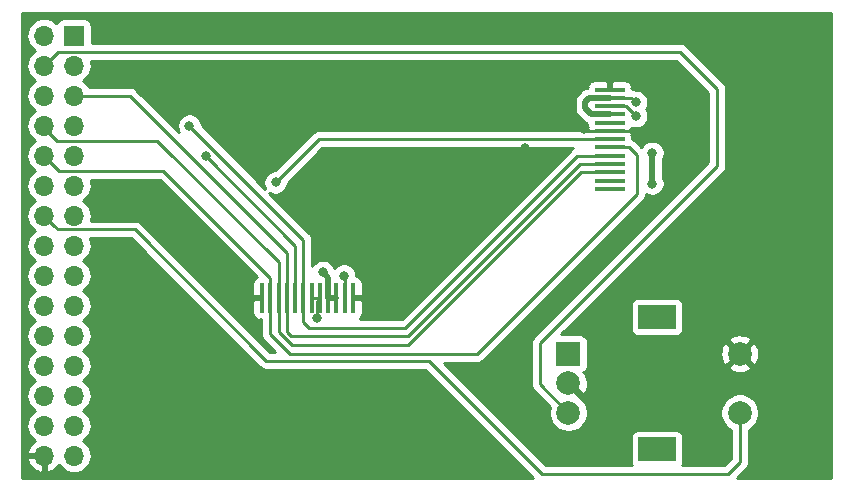
<source format=gbr>
G04 #@! TF.GenerationSoftware,KiCad,Pcbnew,5.1.2+dfsg1-1*
G04 #@! TF.CreationDate,2019-08-07T20:01:01+08:00*
G04 #@! TF.ProjectId,LCD_MINI,4c43445f-4d49-44e4-992e-6b696361645f,rev?*
G04 #@! TF.SameCoordinates,Original*
G04 #@! TF.FileFunction,Copper,L1,Top*
G04 #@! TF.FilePolarity,Positive*
%FSLAX46Y46*%
G04 Gerber Fmt 4.6, Leading zero omitted, Abs format (unit mm)*
G04 Created by KiCad (PCBNEW 5.1.2+dfsg1-1) date 2019-08-07 20:01:01*
%MOMM*%
%LPD*%
G04 APERTURE LIST*
%ADD10O,1.700000X1.700000*%
%ADD11R,1.700000X1.700000*%
%ADD12R,2.000000X2.000000*%
%ADD13C,2.000000*%
%ADD14R,3.200000X2.000000*%
%ADD15R,2.500000X0.350000*%
%ADD16R,0.350000X2.500000*%
%ADD17C,0.800000*%
%ADD18C,0.250000*%
%ADD19C,0.500000*%
%ADD20C,0.254000*%
G04 APERTURE END LIST*
D10*
X114300000Y-113030000D03*
X116840000Y-113030000D03*
X114300000Y-110490000D03*
X116840000Y-110490000D03*
X114300000Y-107950000D03*
X116840000Y-107950000D03*
X114300000Y-105410000D03*
X116840000Y-105410000D03*
X114300000Y-102870000D03*
X116840000Y-102870000D03*
X114300000Y-100330000D03*
X116840000Y-100330000D03*
X114300000Y-97790000D03*
X116840000Y-97790000D03*
X114300000Y-95250000D03*
X116840000Y-95250000D03*
X114300000Y-92710000D03*
X116840000Y-92710000D03*
X114300000Y-90170000D03*
X116840000Y-90170000D03*
X114300000Y-87630000D03*
X116840000Y-87630000D03*
X114300000Y-85090000D03*
X116840000Y-85090000D03*
X114300000Y-82550000D03*
X116840000Y-82550000D03*
X114300000Y-80010000D03*
X116840000Y-80010000D03*
X114300000Y-77470000D03*
D11*
X116840000Y-77470000D03*
D12*
X158700000Y-104400000D03*
D13*
X158700000Y-106900000D03*
X158700000Y-109400000D03*
D14*
X166200000Y-101300000D03*
X166200000Y-112500000D03*
D13*
X173200000Y-104400000D03*
X173200000Y-109400000D03*
D15*
X162179000Y-82038600D03*
X162179000Y-82738600D03*
X162179000Y-83438600D03*
X162179000Y-84138600D03*
X162179000Y-84838600D03*
X162179000Y-85538600D03*
X162179000Y-86238600D03*
X162179000Y-86938600D03*
X162179000Y-87638600D03*
X162179000Y-88338600D03*
X162179000Y-89038600D03*
X162179000Y-89738600D03*
X162179000Y-90438600D03*
D16*
X132757400Y-99682600D03*
X133457400Y-99682600D03*
X134157400Y-99682600D03*
X134857400Y-99682600D03*
X135557400Y-99682600D03*
X136257400Y-99682600D03*
X136957400Y-99682600D03*
X137657400Y-99682600D03*
X138357400Y-99682600D03*
X139057400Y-99682600D03*
X139757400Y-99682600D03*
X140457400Y-99682600D03*
D17*
X137900000Y-97500000D03*
X164400000Y-83100000D03*
X165800000Y-90000000D03*
X165800000Y-87400000D03*
X121000000Y-97000000D03*
X121000000Y-100000000D03*
X128000000Y-108000000D03*
X136000000Y-108000000D03*
X142000000Y-93000000D03*
X147000000Y-93000000D03*
X138000000Y-82000000D03*
X149000000Y-82000000D03*
X177000000Y-80000000D03*
X177000000Y-94000000D03*
X155000000Y-87000000D03*
X168400000Y-83600000D03*
X167000000Y-80000000D03*
X126000000Y-93000000D03*
X128000000Y-95000000D03*
X142000000Y-99000000D03*
X142000000Y-101000000D03*
X137400000Y-101400000D03*
X160000000Y-85400000D03*
X133900000Y-89900000D03*
X128000000Y-87700000D03*
X126600000Y-85100000D03*
X139700000Y-97790000D03*
X164400000Y-84300000D03*
D18*
X162179000Y-82738600D02*
X164038600Y-82738600D01*
X164038600Y-82738600D02*
X164400000Y-83100000D01*
D19*
X160429000Y-82738600D02*
X162179000Y-82738600D01*
X160100000Y-83067600D02*
X160429000Y-82738600D01*
X160100000Y-83594602D02*
X160100000Y-83067600D01*
X160643998Y-84138600D02*
X160100000Y-83594602D01*
X162179000Y-84138600D02*
X160643998Y-84138600D01*
X139057400Y-99682600D02*
X138357400Y-99682600D01*
X138357400Y-97957400D02*
X137900000Y-97500000D01*
X138357400Y-99682600D02*
X138357400Y-97957400D01*
X165800000Y-90000000D02*
X165800000Y-87400000D01*
D18*
X137400000Y-99940000D02*
X137657400Y-99682600D01*
X137400000Y-101600000D02*
X137400000Y-99940000D01*
X136957400Y-99682600D02*
X137657400Y-99682600D01*
X160138600Y-85538600D02*
X160000000Y-85400000D01*
X162179000Y-85538600D02*
X160138600Y-85538600D01*
X162179000Y-85538600D02*
X165461400Y-85538600D01*
X173200000Y-109400000D02*
X173200000Y-113600000D01*
X173200000Y-113600000D02*
X172200000Y-114600000D01*
X172200000Y-114600000D02*
X156500000Y-114600000D01*
X156500000Y-114600000D02*
X146900000Y-105000000D01*
X146900000Y-105000000D02*
X133100000Y-105000000D01*
X115475001Y-93885001D02*
X115149999Y-93559999D01*
X121985001Y-93885001D02*
X115475001Y-93885001D01*
X115149999Y-93559999D02*
X114300000Y-92710000D01*
X133100000Y-105000000D02*
X121985001Y-93885001D01*
X162179000Y-86238600D02*
X137861400Y-86238600D01*
X137861400Y-86238600D02*
X137561400Y-86238600D01*
X137561400Y-86238600D02*
X133900000Y-89900000D01*
X135557400Y-99682600D02*
X135557400Y-95257400D01*
X135557400Y-95257400D02*
X128000000Y-87700000D01*
X124400000Y-88900000D02*
X133457400Y-97957400D01*
X115570000Y-88900000D02*
X124400000Y-88900000D01*
X133457400Y-97957400D02*
X133457400Y-99682600D01*
X114300000Y-87630000D02*
X115570000Y-88900000D01*
X162179000Y-86938600D02*
X163838600Y-86938600D01*
X163838600Y-86938600D02*
X164500000Y-87600000D01*
X164500000Y-87600000D02*
X164500000Y-90900000D01*
X164500000Y-90900000D02*
X151000000Y-104400000D01*
X151000000Y-104400000D02*
X135100000Y-104400000D01*
X133457400Y-102757400D02*
X133457400Y-99682600D01*
X135100000Y-104400000D02*
X133457400Y-102757400D01*
X136257400Y-99682600D02*
X136257400Y-94757400D01*
X136257400Y-94757400D02*
X126600000Y-85100000D01*
X162179000Y-87638600D02*
X159461400Y-87638600D01*
X159461400Y-87638600D02*
X144900000Y-102200000D01*
X144900000Y-102200000D02*
X136700000Y-102200000D01*
X136257400Y-101757400D02*
X136257400Y-99682600D01*
X136700000Y-102200000D02*
X136257400Y-101757400D01*
X134157400Y-99682600D02*
X134157400Y-96657400D01*
X134157400Y-96657400D02*
X123900000Y-86400000D01*
X114300000Y-85300000D02*
X115400000Y-86400000D01*
X114300000Y-85090000D02*
X114300000Y-85300000D01*
X123900000Y-86400000D02*
X115400000Y-86400000D01*
X162179000Y-89038600D02*
X159761400Y-89038600D01*
X159761400Y-89038600D02*
X145100000Y-103700000D01*
X145100000Y-103700000D02*
X135300000Y-103700000D01*
X134157400Y-102557400D02*
X134157400Y-99682600D01*
X135300000Y-103700000D02*
X134157400Y-102557400D01*
X134857400Y-99682600D02*
X134857400Y-95857400D01*
X121550000Y-82550000D02*
X116840000Y-82550000D01*
X134857400Y-95857400D02*
X121550000Y-82550000D01*
X162179000Y-88338600D02*
X159661400Y-88338600D01*
X159661400Y-88338600D02*
X145100000Y-102900000D01*
X145100000Y-102900000D02*
X135200000Y-102900000D01*
X134857400Y-102557400D02*
X134857400Y-99682600D01*
X135200000Y-102900000D02*
X134857400Y-102557400D01*
X115475001Y-78834999D02*
X114300000Y-80010000D01*
X156300000Y-107000000D02*
X156300000Y-103500000D01*
X158700000Y-109400000D02*
X156300000Y-107000000D01*
X171300000Y-88500000D02*
X171300000Y-82000000D01*
X168134999Y-78834999D02*
X115475001Y-78834999D01*
X156300000Y-103500000D02*
X171300000Y-88500000D01*
X171300000Y-82000000D02*
X168134999Y-78834999D01*
X139757400Y-99682600D02*
X139757400Y-97847400D01*
X139757400Y-97847400D02*
X139700000Y-97790000D01*
X162179000Y-83438600D02*
X163538600Y-83438600D01*
X163538600Y-83438600D02*
X164400000Y-84300000D01*
D20*
G36*
X180950001Y-114910000D02*
G01*
X172964801Y-114910000D01*
X173711003Y-114163799D01*
X173740001Y-114140001D01*
X173834974Y-114024276D01*
X173905546Y-113892247D01*
X173949003Y-113748986D01*
X173960000Y-113637333D01*
X173963677Y-113600000D01*
X173960000Y-113562667D01*
X173960000Y-110854909D01*
X173974463Y-110848918D01*
X174242252Y-110669987D01*
X174469987Y-110442252D01*
X174648918Y-110174463D01*
X174772168Y-109876912D01*
X174835000Y-109561033D01*
X174835000Y-109238967D01*
X174772168Y-108923088D01*
X174648918Y-108625537D01*
X174469987Y-108357748D01*
X174242252Y-108130013D01*
X173974463Y-107951082D01*
X173676912Y-107827832D01*
X173361033Y-107765000D01*
X173038967Y-107765000D01*
X172723088Y-107827832D01*
X172425537Y-107951082D01*
X172157748Y-108130013D01*
X171930013Y-108357748D01*
X171751082Y-108625537D01*
X171627832Y-108923088D01*
X171565000Y-109238967D01*
X171565000Y-109561033D01*
X171627832Y-109876912D01*
X171751082Y-110174463D01*
X171930013Y-110442252D01*
X172157748Y-110669987D01*
X172425537Y-110848918D01*
X172440000Y-110854909D01*
X172440001Y-113285197D01*
X171885199Y-113840000D01*
X168338284Y-113840000D01*
X168389502Y-113744180D01*
X168425812Y-113624482D01*
X168438072Y-113500000D01*
X168438072Y-111500000D01*
X168425812Y-111375518D01*
X168389502Y-111255820D01*
X168330537Y-111145506D01*
X168251185Y-111048815D01*
X168154494Y-110969463D01*
X168044180Y-110910498D01*
X167924482Y-110874188D01*
X167800000Y-110861928D01*
X164600000Y-110861928D01*
X164475518Y-110874188D01*
X164355820Y-110910498D01*
X164245506Y-110969463D01*
X164148815Y-111048815D01*
X164069463Y-111145506D01*
X164010498Y-111255820D01*
X163974188Y-111375518D01*
X163961928Y-111500000D01*
X163961928Y-113500000D01*
X163974188Y-113624482D01*
X164010498Y-113744180D01*
X164061716Y-113840000D01*
X156814802Y-113840000D01*
X148134801Y-105160000D01*
X150962678Y-105160000D01*
X151000000Y-105163676D01*
X151037322Y-105160000D01*
X151037333Y-105160000D01*
X151148986Y-105149003D01*
X151292247Y-105105546D01*
X151424276Y-105034974D01*
X151540001Y-104940001D01*
X151563804Y-104910997D01*
X165011003Y-91463799D01*
X165040001Y-91440001D01*
X165129127Y-91331401D01*
X165134974Y-91324277D01*
X165205546Y-91192247D01*
X165220140Y-91144137D01*
X165249003Y-91048986D01*
X165260000Y-90937333D01*
X165260000Y-90937324D01*
X165263676Y-90900001D01*
X165262245Y-90885467D01*
X165309744Y-90917205D01*
X165498102Y-90995226D01*
X165698061Y-91035000D01*
X165901939Y-91035000D01*
X166101898Y-90995226D01*
X166290256Y-90917205D01*
X166459774Y-90803937D01*
X166603937Y-90659774D01*
X166717205Y-90490256D01*
X166795226Y-90301898D01*
X166835000Y-90101939D01*
X166835000Y-89898061D01*
X166795226Y-89698102D01*
X166717205Y-89509744D01*
X166685000Y-89461546D01*
X166685000Y-87938454D01*
X166717205Y-87890256D01*
X166795226Y-87701898D01*
X166835000Y-87501939D01*
X166835000Y-87298061D01*
X166795226Y-87098102D01*
X166717205Y-86909744D01*
X166603937Y-86740226D01*
X166459774Y-86596063D01*
X166290256Y-86482795D01*
X166101898Y-86404774D01*
X165901939Y-86365000D01*
X165698061Y-86365000D01*
X165498102Y-86404774D01*
X165309744Y-86482795D01*
X165140226Y-86596063D01*
X164996063Y-86740226D01*
X164883496Y-86908695D01*
X164402403Y-86427602D01*
X164378601Y-86398599D01*
X164262876Y-86303626D01*
X164130847Y-86233054D01*
X164067072Y-86213708D01*
X164067072Y-86063600D01*
X164054812Y-85939118D01*
X164039555Y-85888822D01*
X164053519Y-85844413D01*
X164064000Y-85745350D01*
X163905250Y-85586600D01*
X163848729Y-85586600D01*
X163790241Y-85538600D01*
X163848729Y-85490600D01*
X163905250Y-85490600D01*
X164064000Y-85331850D01*
X164058385Y-85278774D01*
X164098102Y-85295226D01*
X164298061Y-85335000D01*
X164501939Y-85335000D01*
X164701898Y-85295226D01*
X164890256Y-85217205D01*
X165059774Y-85103937D01*
X165203937Y-84959774D01*
X165317205Y-84790256D01*
X165395226Y-84601898D01*
X165435000Y-84401939D01*
X165435000Y-84198061D01*
X165395226Y-83998102D01*
X165317205Y-83809744D01*
X165243877Y-83700000D01*
X165317205Y-83590256D01*
X165395226Y-83401898D01*
X165435000Y-83201939D01*
X165435000Y-82998061D01*
X165395226Y-82798102D01*
X165317205Y-82609744D01*
X165203937Y-82440226D01*
X165059774Y-82296063D01*
X164890256Y-82182795D01*
X164701898Y-82104774D01*
X164501939Y-82065000D01*
X164390613Y-82065000D01*
X164330847Y-82033054D01*
X164187586Y-81989597D01*
X164075933Y-81978600D01*
X164075922Y-81978600D01*
X164064000Y-81977426D01*
X164064000Y-81911598D01*
X163984252Y-81911598D01*
X164064000Y-81831850D01*
X164053519Y-81732787D01*
X164015999Y-81613463D01*
X163955920Y-81503752D01*
X163875593Y-81407869D01*
X163778103Y-81329500D01*
X163667197Y-81271656D01*
X163547138Y-81236560D01*
X163422538Y-81225561D01*
X162464750Y-81228600D01*
X162306000Y-81387350D01*
X162306000Y-81861826D01*
X162222477Y-81853600D01*
X162052000Y-81853600D01*
X162052000Y-81387350D01*
X161893250Y-81228600D01*
X160935462Y-81225561D01*
X160810862Y-81236560D01*
X160690803Y-81271656D01*
X160579897Y-81329500D01*
X160482407Y-81407869D01*
X160402080Y-81503752D01*
X160342001Y-81613463D01*
X160304481Y-81732787D01*
X160294000Y-81831850D01*
X160322006Y-81859856D01*
X160255510Y-81866405D01*
X160088687Y-81917011D01*
X159934941Y-81999189D01*
X159800183Y-82109783D01*
X159772466Y-82143556D01*
X159504952Y-82411070D01*
X159471184Y-82438783D01*
X159443471Y-82472551D01*
X159443468Y-82472554D01*
X159379910Y-82550000D01*
X159360590Y-82573541D01*
X159278411Y-82727287D01*
X159227805Y-82894110D01*
X159215000Y-83024123D01*
X159215000Y-83024131D01*
X159210719Y-83067600D01*
X159215000Y-83111069D01*
X159215000Y-83551133D01*
X159210719Y-83594602D01*
X159215000Y-83638071D01*
X159215000Y-83638078D01*
X159227805Y-83768091D01*
X159278411Y-83934914D01*
X159360589Y-84088660D01*
X159471183Y-84223419D01*
X159504956Y-84251136D01*
X159987464Y-84733644D01*
X160015181Y-84767417D01*
X160149939Y-84878011D01*
X160290928Y-84953370D01*
X160290928Y-85013600D01*
X160303188Y-85138082D01*
X160318445Y-85188378D01*
X160304481Y-85232787D01*
X160294000Y-85331850D01*
X160373748Y-85411598D01*
X160294000Y-85411598D01*
X160294000Y-85478600D01*
X137598733Y-85478600D01*
X137561400Y-85474923D01*
X137524067Y-85478600D01*
X137412414Y-85489597D01*
X137269153Y-85533054D01*
X137137124Y-85603626D01*
X137021399Y-85698599D01*
X136997601Y-85727597D01*
X133860199Y-88865000D01*
X133798061Y-88865000D01*
X133598102Y-88904774D01*
X133409744Y-88982795D01*
X133240226Y-89096063D01*
X133096063Y-89240226D01*
X132982795Y-89409744D01*
X132904774Y-89598102D01*
X132865000Y-89798061D01*
X132865000Y-90001939D01*
X132904774Y-90201898D01*
X132982795Y-90390256D01*
X133018512Y-90443710D01*
X127635000Y-85060199D01*
X127635000Y-84998061D01*
X127595226Y-84798102D01*
X127517205Y-84609744D01*
X127403937Y-84440226D01*
X127259774Y-84296063D01*
X127090256Y-84182795D01*
X126901898Y-84104774D01*
X126701939Y-84065000D01*
X126498061Y-84065000D01*
X126298102Y-84104774D01*
X126109744Y-84182795D01*
X125940226Y-84296063D01*
X125796063Y-84440226D01*
X125682795Y-84609744D01*
X125604774Y-84798102D01*
X125565000Y-84998061D01*
X125565000Y-85201939D01*
X125604774Y-85401898D01*
X125682795Y-85590256D01*
X125718513Y-85643711D01*
X122113804Y-82039003D01*
X122090001Y-82009999D01*
X121974276Y-81915026D01*
X121842247Y-81844454D01*
X121698986Y-81800997D01*
X121587333Y-81790000D01*
X121587322Y-81790000D01*
X121550000Y-81786324D01*
X121512678Y-81790000D01*
X118117595Y-81790000D01*
X118080706Y-81720986D01*
X117895134Y-81494866D01*
X117669014Y-81309294D01*
X117614209Y-81280000D01*
X117669014Y-81250706D01*
X117895134Y-81065134D01*
X118080706Y-80839014D01*
X118218599Y-80581034D01*
X118303513Y-80301111D01*
X118332185Y-80010000D01*
X118303513Y-79718889D01*
X118265931Y-79594999D01*
X167820198Y-79594999D01*
X170540001Y-82314803D01*
X170540000Y-88185197D01*
X155788998Y-102936201D01*
X155760000Y-102959999D01*
X155736202Y-102988997D01*
X155736201Y-102988998D01*
X155665026Y-103075724D01*
X155594454Y-103207754D01*
X155550998Y-103351015D01*
X155536324Y-103500000D01*
X155540001Y-103537332D01*
X155540000Y-106962677D01*
X155536324Y-107000000D01*
X155540000Y-107037322D01*
X155540000Y-107037332D01*
X155550997Y-107148985D01*
X155591247Y-107281675D01*
X155594454Y-107292246D01*
X155665026Y-107424276D01*
X155702903Y-107470429D01*
X155759999Y-107540001D01*
X155789003Y-107563804D01*
X157133823Y-108908625D01*
X157127832Y-108923088D01*
X157065000Y-109238967D01*
X157065000Y-109561033D01*
X157127832Y-109876912D01*
X157251082Y-110174463D01*
X157430013Y-110442252D01*
X157657748Y-110669987D01*
X157925537Y-110848918D01*
X158223088Y-110972168D01*
X158538967Y-111035000D01*
X158861033Y-111035000D01*
X159176912Y-110972168D01*
X159474463Y-110848918D01*
X159742252Y-110669987D01*
X159969987Y-110442252D01*
X160148918Y-110174463D01*
X160272168Y-109876912D01*
X160335000Y-109561033D01*
X160335000Y-109238967D01*
X160272168Y-108923088D01*
X160148918Y-108625537D01*
X159969987Y-108357748D01*
X159742252Y-108130013D01*
X159645065Y-108065075D01*
X159655808Y-108035413D01*
X158700000Y-107079605D01*
X158685858Y-107093748D01*
X158506253Y-106914143D01*
X158520395Y-106900000D01*
X158506253Y-106885858D01*
X158685858Y-106706253D01*
X158700000Y-106720395D01*
X158714143Y-106706253D01*
X158893748Y-106885858D01*
X158879605Y-106900000D01*
X159835413Y-107855808D01*
X160099814Y-107760044D01*
X160240704Y-107470429D01*
X160322384Y-107158892D01*
X160341718Y-106837405D01*
X160297961Y-106518325D01*
X160192795Y-106213912D01*
X160099814Y-106039956D01*
X159950777Y-105985976D01*
X160054494Y-105930537D01*
X160151185Y-105851185D01*
X160230537Y-105754494D01*
X160289502Y-105644180D01*
X160322496Y-105535413D01*
X172244192Y-105535413D01*
X172339956Y-105799814D01*
X172629571Y-105940704D01*
X172941108Y-106022384D01*
X173262595Y-106041718D01*
X173581675Y-105997961D01*
X173886088Y-105892795D01*
X174060044Y-105799814D01*
X174155808Y-105535413D01*
X173200000Y-104579605D01*
X172244192Y-105535413D01*
X160322496Y-105535413D01*
X160325812Y-105524482D01*
X160338072Y-105400000D01*
X160338072Y-104462595D01*
X171558282Y-104462595D01*
X171602039Y-104781675D01*
X171707205Y-105086088D01*
X171800186Y-105260044D01*
X172064587Y-105355808D01*
X173020395Y-104400000D01*
X173379605Y-104400000D01*
X174335413Y-105355808D01*
X174599814Y-105260044D01*
X174740704Y-104970429D01*
X174822384Y-104658892D01*
X174841718Y-104337405D01*
X174797961Y-104018325D01*
X174692795Y-103713912D01*
X174599814Y-103539956D01*
X174335413Y-103444192D01*
X173379605Y-104400000D01*
X173020395Y-104400000D01*
X172064587Y-103444192D01*
X171800186Y-103539956D01*
X171659296Y-103829571D01*
X171577616Y-104141108D01*
X171558282Y-104462595D01*
X160338072Y-104462595D01*
X160338072Y-103400000D01*
X160325812Y-103275518D01*
X160322497Y-103264587D01*
X172244192Y-103264587D01*
X173200000Y-104220395D01*
X174155808Y-103264587D01*
X174060044Y-103000186D01*
X173770429Y-102859296D01*
X173458892Y-102777616D01*
X173137405Y-102758282D01*
X172818325Y-102802039D01*
X172513912Y-102907205D01*
X172339956Y-103000186D01*
X172244192Y-103264587D01*
X160322497Y-103264587D01*
X160289502Y-103155820D01*
X160230537Y-103045506D01*
X160151185Y-102948815D01*
X160054494Y-102869463D01*
X159944180Y-102810498D01*
X159824482Y-102774188D01*
X159700000Y-102761928D01*
X158112873Y-102761928D01*
X160574801Y-100300000D01*
X163961928Y-100300000D01*
X163961928Y-102300000D01*
X163974188Y-102424482D01*
X164010498Y-102544180D01*
X164069463Y-102654494D01*
X164148815Y-102751185D01*
X164245506Y-102830537D01*
X164355820Y-102889502D01*
X164475518Y-102925812D01*
X164600000Y-102938072D01*
X167800000Y-102938072D01*
X167924482Y-102925812D01*
X168044180Y-102889502D01*
X168154494Y-102830537D01*
X168251185Y-102751185D01*
X168330537Y-102654494D01*
X168389502Y-102544180D01*
X168425812Y-102424482D01*
X168438072Y-102300000D01*
X168438072Y-100300000D01*
X168425812Y-100175518D01*
X168389502Y-100055820D01*
X168330537Y-99945506D01*
X168251185Y-99848815D01*
X168154494Y-99769463D01*
X168044180Y-99710498D01*
X167924482Y-99674188D01*
X167800000Y-99661928D01*
X164600000Y-99661928D01*
X164475518Y-99674188D01*
X164355820Y-99710498D01*
X164245506Y-99769463D01*
X164148815Y-99848815D01*
X164069463Y-99945506D01*
X164010498Y-100055820D01*
X163974188Y-100175518D01*
X163961928Y-100300000D01*
X160574801Y-100300000D01*
X171811010Y-89063793D01*
X171840001Y-89040001D01*
X171863795Y-89011008D01*
X171863799Y-89011004D01*
X171930856Y-88929294D01*
X171934974Y-88924276D01*
X172005546Y-88792247D01*
X172049003Y-88648986D01*
X172060000Y-88537333D01*
X172060000Y-88537324D01*
X172063676Y-88500001D01*
X172060000Y-88462678D01*
X172060000Y-82037322D01*
X172063676Y-81999999D01*
X172060000Y-81962676D01*
X172060000Y-81962667D01*
X172049003Y-81851014D01*
X172005546Y-81707753D01*
X171934974Y-81575724D01*
X171840001Y-81459999D01*
X171811003Y-81436201D01*
X168698803Y-78324002D01*
X168675000Y-78294998D01*
X168559275Y-78200025D01*
X168427246Y-78129453D01*
X168283985Y-78085996D01*
X168172332Y-78074999D01*
X168172321Y-78074999D01*
X168134999Y-78071323D01*
X168097677Y-78074999D01*
X118328072Y-78074999D01*
X118328072Y-76620000D01*
X118315812Y-76495518D01*
X118279502Y-76375820D01*
X118220537Y-76265506D01*
X118141185Y-76168815D01*
X118044494Y-76089463D01*
X117934180Y-76030498D01*
X117814482Y-75994188D01*
X117690000Y-75981928D01*
X115990000Y-75981928D01*
X115865518Y-75994188D01*
X115745820Y-76030498D01*
X115635506Y-76089463D01*
X115538815Y-76168815D01*
X115459463Y-76265506D01*
X115400498Y-76375820D01*
X115379607Y-76444687D01*
X115355134Y-76414866D01*
X115129014Y-76229294D01*
X114871034Y-76091401D01*
X114591111Y-76006487D01*
X114372950Y-75985000D01*
X114227050Y-75985000D01*
X114008889Y-76006487D01*
X113728966Y-76091401D01*
X113470986Y-76229294D01*
X113244866Y-76414866D01*
X113059294Y-76640986D01*
X112921401Y-76898966D01*
X112836487Y-77178889D01*
X112807815Y-77470000D01*
X112836487Y-77761111D01*
X112921401Y-78041034D01*
X113059294Y-78299014D01*
X113244866Y-78525134D01*
X113470986Y-78710706D01*
X113525791Y-78740000D01*
X113470986Y-78769294D01*
X113244866Y-78954866D01*
X113059294Y-79180986D01*
X112921401Y-79438966D01*
X112836487Y-79718889D01*
X112807815Y-80010000D01*
X112836487Y-80301111D01*
X112921401Y-80581034D01*
X113059294Y-80839014D01*
X113244866Y-81065134D01*
X113470986Y-81250706D01*
X113525791Y-81280000D01*
X113470986Y-81309294D01*
X113244866Y-81494866D01*
X113059294Y-81720986D01*
X112921401Y-81978966D01*
X112836487Y-82258889D01*
X112807815Y-82550000D01*
X112836487Y-82841111D01*
X112921401Y-83121034D01*
X113059294Y-83379014D01*
X113244866Y-83605134D01*
X113470986Y-83790706D01*
X113525791Y-83820000D01*
X113470986Y-83849294D01*
X113244866Y-84034866D01*
X113059294Y-84260986D01*
X112921401Y-84518966D01*
X112836487Y-84798889D01*
X112807815Y-85090000D01*
X112836487Y-85381111D01*
X112921401Y-85661034D01*
X113059294Y-85919014D01*
X113244866Y-86145134D01*
X113470986Y-86330706D01*
X113525791Y-86360000D01*
X113470986Y-86389294D01*
X113244866Y-86574866D01*
X113059294Y-86800986D01*
X112921401Y-87058966D01*
X112836487Y-87338889D01*
X112807815Y-87630000D01*
X112836487Y-87921111D01*
X112921401Y-88201034D01*
X113059294Y-88459014D01*
X113244866Y-88685134D01*
X113470986Y-88870706D01*
X113525791Y-88900000D01*
X113470986Y-88929294D01*
X113244866Y-89114866D01*
X113059294Y-89340986D01*
X112921401Y-89598966D01*
X112836487Y-89878889D01*
X112807815Y-90170000D01*
X112836487Y-90461111D01*
X112921401Y-90741034D01*
X113059294Y-90999014D01*
X113244866Y-91225134D01*
X113470986Y-91410706D01*
X113525791Y-91440000D01*
X113470986Y-91469294D01*
X113244866Y-91654866D01*
X113059294Y-91880986D01*
X112921401Y-92138966D01*
X112836487Y-92418889D01*
X112807815Y-92710000D01*
X112836487Y-93001111D01*
X112921401Y-93281034D01*
X113059294Y-93539014D01*
X113244866Y-93765134D01*
X113470986Y-93950706D01*
X113525791Y-93980000D01*
X113470986Y-94009294D01*
X113244866Y-94194866D01*
X113059294Y-94420986D01*
X112921401Y-94678966D01*
X112836487Y-94958889D01*
X112807815Y-95250000D01*
X112836487Y-95541111D01*
X112921401Y-95821034D01*
X113059294Y-96079014D01*
X113244866Y-96305134D01*
X113470986Y-96490706D01*
X113525791Y-96520000D01*
X113470986Y-96549294D01*
X113244866Y-96734866D01*
X113059294Y-96960986D01*
X112921401Y-97218966D01*
X112836487Y-97498889D01*
X112807815Y-97790000D01*
X112836487Y-98081111D01*
X112921401Y-98361034D01*
X113059294Y-98619014D01*
X113244866Y-98845134D01*
X113470986Y-99030706D01*
X113525791Y-99060000D01*
X113470986Y-99089294D01*
X113244866Y-99274866D01*
X113059294Y-99500986D01*
X112921401Y-99758966D01*
X112836487Y-100038889D01*
X112807815Y-100330000D01*
X112836487Y-100621111D01*
X112921401Y-100901034D01*
X113059294Y-101159014D01*
X113244866Y-101385134D01*
X113470986Y-101570706D01*
X113525791Y-101600000D01*
X113470986Y-101629294D01*
X113244866Y-101814866D01*
X113059294Y-102040986D01*
X112921401Y-102298966D01*
X112836487Y-102578889D01*
X112807815Y-102870000D01*
X112836487Y-103161111D01*
X112921401Y-103441034D01*
X113059294Y-103699014D01*
X113244866Y-103925134D01*
X113470986Y-104110706D01*
X113525791Y-104140000D01*
X113470986Y-104169294D01*
X113244866Y-104354866D01*
X113059294Y-104580986D01*
X112921401Y-104838966D01*
X112836487Y-105118889D01*
X112807815Y-105410000D01*
X112836487Y-105701111D01*
X112921401Y-105981034D01*
X113059294Y-106239014D01*
X113244866Y-106465134D01*
X113470986Y-106650706D01*
X113525791Y-106680000D01*
X113470986Y-106709294D01*
X113244866Y-106894866D01*
X113059294Y-107120986D01*
X112921401Y-107378966D01*
X112836487Y-107658889D01*
X112807815Y-107950000D01*
X112836487Y-108241111D01*
X112921401Y-108521034D01*
X113059294Y-108779014D01*
X113244866Y-109005134D01*
X113470986Y-109190706D01*
X113525791Y-109220000D01*
X113470986Y-109249294D01*
X113244866Y-109434866D01*
X113059294Y-109660986D01*
X112921401Y-109918966D01*
X112836487Y-110198889D01*
X112807815Y-110490000D01*
X112836487Y-110781111D01*
X112921401Y-111061034D01*
X113059294Y-111319014D01*
X113244866Y-111545134D01*
X113470986Y-111730706D01*
X113535523Y-111765201D01*
X113418645Y-111834822D01*
X113202412Y-112029731D01*
X113028359Y-112263080D01*
X112903175Y-112525901D01*
X112858524Y-112673110D01*
X112979845Y-112903000D01*
X114173000Y-112903000D01*
X114173000Y-112883000D01*
X114427000Y-112883000D01*
X114427000Y-112903000D01*
X114447000Y-112903000D01*
X114447000Y-113157000D01*
X114427000Y-113157000D01*
X114427000Y-114350814D01*
X114656891Y-114471481D01*
X114931252Y-114374157D01*
X115181355Y-114225178D01*
X115397588Y-114030269D01*
X115568416Y-113801244D01*
X115599294Y-113859014D01*
X115784866Y-114085134D01*
X116010986Y-114270706D01*
X116268966Y-114408599D01*
X116548889Y-114493513D01*
X116767050Y-114515000D01*
X116912950Y-114515000D01*
X117131111Y-114493513D01*
X117411034Y-114408599D01*
X117669014Y-114270706D01*
X117895134Y-114085134D01*
X118080706Y-113859014D01*
X118218599Y-113601034D01*
X118303513Y-113321111D01*
X118332185Y-113030000D01*
X118303513Y-112738889D01*
X118218599Y-112458966D01*
X118080706Y-112200986D01*
X117895134Y-111974866D01*
X117669014Y-111789294D01*
X117614209Y-111760000D01*
X117669014Y-111730706D01*
X117895134Y-111545134D01*
X118080706Y-111319014D01*
X118218599Y-111061034D01*
X118303513Y-110781111D01*
X118332185Y-110490000D01*
X118303513Y-110198889D01*
X118218599Y-109918966D01*
X118080706Y-109660986D01*
X117895134Y-109434866D01*
X117669014Y-109249294D01*
X117614209Y-109220000D01*
X117669014Y-109190706D01*
X117895134Y-109005134D01*
X118080706Y-108779014D01*
X118218599Y-108521034D01*
X118303513Y-108241111D01*
X118332185Y-107950000D01*
X118303513Y-107658889D01*
X118218599Y-107378966D01*
X118080706Y-107120986D01*
X117895134Y-106894866D01*
X117669014Y-106709294D01*
X117614209Y-106680000D01*
X117669014Y-106650706D01*
X117895134Y-106465134D01*
X118080706Y-106239014D01*
X118218599Y-105981034D01*
X118303513Y-105701111D01*
X118332185Y-105410000D01*
X118303513Y-105118889D01*
X118218599Y-104838966D01*
X118080706Y-104580986D01*
X117895134Y-104354866D01*
X117669014Y-104169294D01*
X117614209Y-104140000D01*
X117669014Y-104110706D01*
X117895134Y-103925134D01*
X118080706Y-103699014D01*
X118218599Y-103441034D01*
X118303513Y-103161111D01*
X118332185Y-102870000D01*
X118303513Y-102578889D01*
X118218599Y-102298966D01*
X118080706Y-102040986D01*
X117895134Y-101814866D01*
X117669014Y-101629294D01*
X117614209Y-101600000D01*
X117669014Y-101570706D01*
X117895134Y-101385134D01*
X118080706Y-101159014D01*
X118218599Y-100901034D01*
X118303513Y-100621111D01*
X118332185Y-100330000D01*
X118303513Y-100038889D01*
X118218599Y-99758966D01*
X118080706Y-99500986D01*
X117895134Y-99274866D01*
X117669014Y-99089294D01*
X117614209Y-99060000D01*
X117669014Y-99030706D01*
X117895134Y-98845134D01*
X118080706Y-98619014D01*
X118218599Y-98361034D01*
X118303513Y-98081111D01*
X118332185Y-97790000D01*
X118303513Y-97498889D01*
X118218599Y-97218966D01*
X118080706Y-96960986D01*
X117895134Y-96734866D01*
X117669014Y-96549294D01*
X117614209Y-96520000D01*
X117669014Y-96490706D01*
X117895134Y-96305134D01*
X118080706Y-96079014D01*
X118218599Y-95821034D01*
X118303513Y-95541111D01*
X118332185Y-95250000D01*
X118303513Y-94958889D01*
X118218599Y-94678966D01*
X118200444Y-94645001D01*
X121670200Y-94645001D01*
X132536200Y-105511002D01*
X132559999Y-105540001D01*
X132675724Y-105634974D01*
X132807753Y-105705546D01*
X132951014Y-105749003D01*
X133062667Y-105760000D01*
X133062676Y-105760000D01*
X133099999Y-105763676D01*
X133137322Y-105760000D01*
X146585199Y-105760000D01*
X155735198Y-114910000D01*
X112420000Y-114910000D01*
X112420000Y-113386890D01*
X112858524Y-113386890D01*
X112903175Y-113534099D01*
X113028359Y-113796920D01*
X113202412Y-114030269D01*
X113418645Y-114225178D01*
X113668748Y-114374157D01*
X113943109Y-114471481D01*
X114173000Y-114350814D01*
X114173000Y-113157000D01*
X112979845Y-113157000D01*
X112858524Y-113386890D01*
X112420000Y-113386890D01*
X112420000Y-75590000D01*
X180950000Y-75590000D01*
X180950001Y-114910000D01*
X180950001Y-114910000D01*
G37*
X180950001Y-114910000D02*
X172964801Y-114910000D01*
X173711003Y-114163799D01*
X173740001Y-114140001D01*
X173834974Y-114024276D01*
X173905546Y-113892247D01*
X173949003Y-113748986D01*
X173960000Y-113637333D01*
X173963677Y-113600000D01*
X173960000Y-113562667D01*
X173960000Y-110854909D01*
X173974463Y-110848918D01*
X174242252Y-110669987D01*
X174469987Y-110442252D01*
X174648918Y-110174463D01*
X174772168Y-109876912D01*
X174835000Y-109561033D01*
X174835000Y-109238967D01*
X174772168Y-108923088D01*
X174648918Y-108625537D01*
X174469987Y-108357748D01*
X174242252Y-108130013D01*
X173974463Y-107951082D01*
X173676912Y-107827832D01*
X173361033Y-107765000D01*
X173038967Y-107765000D01*
X172723088Y-107827832D01*
X172425537Y-107951082D01*
X172157748Y-108130013D01*
X171930013Y-108357748D01*
X171751082Y-108625537D01*
X171627832Y-108923088D01*
X171565000Y-109238967D01*
X171565000Y-109561033D01*
X171627832Y-109876912D01*
X171751082Y-110174463D01*
X171930013Y-110442252D01*
X172157748Y-110669987D01*
X172425537Y-110848918D01*
X172440000Y-110854909D01*
X172440001Y-113285197D01*
X171885199Y-113840000D01*
X168338284Y-113840000D01*
X168389502Y-113744180D01*
X168425812Y-113624482D01*
X168438072Y-113500000D01*
X168438072Y-111500000D01*
X168425812Y-111375518D01*
X168389502Y-111255820D01*
X168330537Y-111145506D01*
X168251185Y-111048815D01*
X168154494Y-110969463D01*
X168044180Y-110910498D01*
X167924482Y-110874188D01*
X167800000Y-110861928D01*
X164600000Y-110861928D01*
X164475518Y-110874188D01*
X164355820Y-110910498D01*
X164245506Y-110969463D01*
X164148815Y-111048815D01*
X164069463Y-111145506D01*
X164010498Y-111255820D01*
X163974188Y-111375518D01*
X163961928Y-111500000D01*
X163961928Y-113500000D01*
X163974188Y-113624482D01*
X164010498Y-113744180D01*
X164061716Y-113840000D01*
X156814802Y-113840000D01*
X148134801Y-105160000D01*
X150962678Y-105160000D01*
X151000000Y-105163676D01*
X151037322Y-105160000D01*
X151037333Y-105160000D01*
X151148986Y-105149003D01*
X151292247Y-105105546D01*
X151424276Y-105034974D01*
X151540001Y-104940001D01*
X151563804Y-104910997D01*
X165011003Y-91463799D01*
X165040001Y-91440001D01*
X165129127Y-91331401D01*
X165134974Y-91324277D01*
X165205546Y-91192247D01*
X165220140Y-91144137D01*
X165249003Y-91048986D01*
X165260000Y-90937333D01*
X165260000Y-90937324D01*
X165263676Y-90900001D01*
X165262245Y-90885467D01*
X165309744Y-90917205D01*
X165498102Y-90995226D01*
X165698061Y-91035000D01*
X165901939Y-91035000D01*
X166101898Y-90995226D01*
X166290256Y-90917205D01*
X166459774Y-90803937D01*
X166603937Y-90659774D01*
X166717205Y-90490256D01*
X166795226Y-90301898D01*
X166835000Y-90101939D01*
X166835000Y-89898061D01*
X166795226Y-89698102D01*
X166717205Y-89509744D01*
X166685000Y-89461546D01*
X166685000Y-87938454D01*
X166717205Y-87890256D01*
X166795226Y-87701898D01*
X166835000Y-87501939D01*
X166835000Y-87298061D01*
X166795226Y-87098102D01*
X166717205Y-86909744D01*
X166603937Y-86740226D01*
X166459774Y-86596063D01*
X166290256Y-86482795D01*
X166101898Y-86404774D01*
X165901939Y-86365000D01*
X165698061Y-86365000D01*
X165498102Y-86404774D01*
X165309744Y-86482795D01*
X165140226Y-86596063D01*
X164996063Y-86740226D01*
X164883496Y-86908695D01*
X164402403Y-86427602D01*
X164378601Y-86398599D01*
X164262876Y-86303626D01*
X164130847Y-86233054D01*
X164067072Y-86213708D01*
X164067072Y-86063600D01*
X164054812Y-85939118D01*
X164039555Y-85888822D01*
X164053519Y-85844413D01*
X164064000Y-85745350D01*
X163905250Y-85586600D01*
X163848729Y-85586600D01*
X163790241Y-85538600D01*
X163848729Y-85490600D01*
X163905250Y-85490600D01*
X164064000Y-85331850D01*
X164058385Y-85278774D01*
X164098102Y-85295226D01*
X164298061Y-85335000D01*
X164501939Y-85335000D01*
X164701898Y-85295226D01*
X164890256Y-85217205D01*
X165059774Y-85103937D01*
X165203937Y-84959774D01*
X165317205Y-84790256D01*
X165395226Y-84601898D01*
X165435000Y-84401939D01*
X165435000Y-84198061D01*
X165395226Y-83998102D01*
X165317205Y-83809744D01*
X165243877Y-83700000D01*
X165317205Y-83590256D01*
X165395226Y-83401898D01*
X165435000Y-83201939D01*
X165435000Y-82998061D01*
X165395226Y-82798102D01*
X165317205Y-82609744D01*
X165203937Y-82440226D01*
X165059774Y-82296063D01*
X164890256Y-82182795D01*
X164701898Y-82104774D01*
X164501939Y-82065000D01*
X164390613Y-82065000D01*
X164330847Y-82033054D01*
X164187586Y-81989597D01*
X164075933Y-81978600D01*
X164075922Y-81978600D01*
X164064000Y-81977426D01*
X164064000Y-81911598D01*
X163984252Y-81911598D01*
X164064000Y-81831850D01*
X164053519Y-81732787D01*
X164015999Y-81613463D01*
X163955920Y-81503752D01*
X163875593Y-81407869D01*
X163778103Y-81329500D01*
X163667197Y-81271656D01*
X163547138Y-81236560D01*
X163422538Y-81225561D01*
X162464750Y-81228600D01*
X162306000Y-81387350D01*
X162306000Y-81861826D01*
X162222477Y-81853600D01*
X162052000Y-81853600D01*
X162052000Y-81387350D01*
X161893250Y-81228600D01*
X160935462Y-81225561D01*
X160810862Y-81236560D01*
X160690803Y-81271656D01*
X160579897Y-81329500D01*
X160482407Y-81407869D01*
X160402080Y-81503752D01*
X160342001Y-81613463D01*
X160304481Y-81732787D01*
X160294000Y-81831850D01*
X160322006Y-81859856D01*
X160255510Y-81866405D01*
X160088687Y-81917011D01*
X159934941Y-81999189D01*
X159800183Y-82109783D01*
X159772466Y-82143556D01*
X159504952Y-82411070D01*
X159471184Y-82438783D01*
X159443471Y-82472551D01*
X159443468Y-82472554D01*
X159379910Y-82550000D01*
X159360590Y-82573541D01*
X159278411Y-82727287D01*
X159227805Y-82894110D01*
X159215000Y-83024123D01*
X159215000Y-83024131D01*
X159210719Y-83067600D01*
X159215000Y-83111069D01*
X159215000Y-83551133D01*
X159210719Y-83594602D01*
X159215000Y-83638071D01*
X159215000Y-83638078D01*
X159227805Y-83768091D01*
X159278411Y-83934914D01*
X159360589Y-84088660D01*
X159471183Y-84223419D01*
X159504956Y-84251136D01*
X159987464Y-84733644D01*
X160015181Y-84767417D01*
X160149939Y-84878011D01*
X160290928Y-84953370D01*
X160290928Y-85013600D01*
X160303188Y-85138082D01*
X160318445Y-85188378D01*
X160304481Y-85232787D01*
X160294000Y-85331850D01*
X160373748Y-85411598D01*
X160294000Y-85411598D01*
X160294000Y-85478600D01*
X137598733Y-85478600D01*
X137561400Y-85474923D01*
X137524067Y-85478600D01*
X137412414Y-85489597D01*
X137269153Y-85533054D01*
X137137124Y-85603626D01*
X137021399Y-85698599D01*
X136997601Y-85727597D01*
X133860199Y-88865000D01*
X133798061Y-88865000D01*
X133598102Y-88904774D01*
X133409744Y-88982795D01*
X133240226Y-89096063D01*
X133096063Y-89240226D01*
X132982795Y-89409744D01*
X132904774Y-89598102D01*
X132865000Y-89798061D01*
X132865000Y-90001939D01*
X132904774Y-90201898D01*
X132982795Y-90390256D01*
X133018512Y-90443710D01*
X127635000Y-85060199D01*
X127635000Y-84998061D01*
X127595226Y-84798102D01*
X127517205Y-84609744D01*
X127403937Y-84440226D01*
X127259774Y-84296063D01*
X127090256Y-84182795D01*
X126901898Y-84104774D01*
X126701939Y-84065000D01*
X126498061Y-84065000D01*
X126298102Y-84104774D01*
X126109744Y-84182795D01*
X125940226Y-84296063D01*
X125796063Y-84440226D01*
X125682795Y-84609744D01*
X125604774Y-84798102D01*
X125565000Y-84998061D01*
X125565000Y-85201939D01*
X125604774Y-85401898D01*
X125682795Y-85590256D01*
X125718513Y-85643711D01*
X122113804Y-82039003D01*
X122090001Y-82009999D01*
X121974276Y-81915026D01*
X121842247Y-81844454D01*
X121698986Y-81800997D01*
X121587333Y-81790000D01*
X121587322Y-81790000D01*
X121550000Y-81786324D01*
X121512678Y-81790000D01*
X118117595Y-81790000D01*
X118080706Y-81720986D01*
X117895134Y-81494866D01*
X117669014Y-81309294D01*
X117614209Y-81280000D01*
X117669014Y-81250706D01*
X117895134Y-81065134D01*
X118080706Y-80839014D01*
X118218599Y-80581034D01*
X118303513Y-80301111D01*
X118332185Y-80010000D01*
X118303513Y-79718889D01*
X118265931Y-79594999D01*
X167820198Y-79594999D01*
X170540001Y-82314803D01*
X170540000Y-88185197D01*
X155788998Y-102936201D01*
X155760000Y-102959999D01*
X155736202Y-102988997D01*
X155736201Y-102988998D01*
X155665026Y-103075724D01*
X155594454Y-103207754D01*
X155550998Y-103351015D01*
X155536324Y-103500000D01*
X155540001Y-103537332D01*
X155540000Y-106962677D01*
X155536324Y-107000000D01*
X155540000Y-107037322D01*
X155540000Y-107037332D01*
X155550997Y-107148985D01*
X155591247Y-107281675D01*
X155594454Y-107292246D01*
X155665026Y-107424276D01*
X155702903Y-107470429D01*
X155759999Y-107540001D01*
X155789003Y-107563804D01*
X157133823Y-108908625D01*
X157127832Y-108923088D01*
X157065000Y-109238967D01*
X157065000Y-109561033D01*
X157127832Y-109876912D01*
X157251082Y-110174463D01*
X157430013Y-110442252D01*
X157657748Y-110669987D01*
X157925537Y-110848918D01*
X158223088Y-110972168D01*
X158538967Y-111035000D01*
X158861033Y-111035000D01*
X159176912Y-110972168D01*
X159474463Y-110848918D01*
X159742252Y-110669987D01*
X159969987Y-110442252D01*
X160148918Y-110174463D01*
X160272168Y-109876912D01*
X160335000Y-109561033D01*
X160335000Y-109238967D01*
X160272168Y-108923088D01*
X160148918Y-108625537D01*
X159969987Y-108357748D01*
X159742252Y-108130013D01*
X159645065Y-108065075D01*
X159655808Y-108035413D01*
X158700000Y-107079605D01*
X158685858Y-107093748D01*
X158506253Y-106914143D01*
X158520395Y-106900000D01*
X158506253Y-106885858D01*
X158685858Y-106706253D01*
X158700000Y-106720395D01*
X158714143Y-106706253D01*
X158893748Y-106885858D01*
X158879605Y-106900000D01*
X159835413Y-107855808D01*
X160099814Y-107760044D01*
X160240704Y-107470429D01*
X160322384Y-107158892D01*
X160341718Y-106837405D01*
X160297961Y-106518325D01*
X160192795Y-106213912D01*
X160099814Y-106039956D01*
X159950777Y-105985976D01*
X160054494Y-105930537D01*
X160151185Y-105851185D01*
X160230537Y-105754494D01*
X160289502Y-105644180D01*
X160322496Y-105535413D01*
X172244192Y-105535413D01*
X172339956Y-105799814D01*
X172629571Y-105940704D01*
X172941108Y-106022384D01*
X173262595Y-106041718D01*
X173581675Y-105997961D01*
X173886088Y-105892795D01*
X174060044Y-105799814D01*
X174155808Y-105535413D01*
X173200000Y-104579605D01*
X172244192Y-105535413D01*
X160322496Y-105535413D01*
X160325812Y-105524482D01*
X160338072Y-105400000D01*
X160338072Y-104462595D01*
X171558282Y-104462595D01*
X171602039Y-104781675D01*
X171707205Y-105086088D01*
X171800186Y-105260044D01*
X172064587Y-105355808D01*
X173020395Y-104400000D01*
X173379605Y-104400000D01*
X174335413Y-105355808D01*
X174599814Y-105260044D01*
X174740704Y-104970429D01*
X174822384Y-104658892D01*
X174841718Y-104337405D01*
X174797961Y-104018325D01*
X174692795Y-103713912D01*
X174599814Y-103539956D01*
X174335413Y-103444192D01*
X173379605Y-104400000D01*
X173020395Y-104400000D01*
X172064587Y-103444192D01*
X171800186Y-103539956D01*
X171659296Y-103829571D01*
X171577616Y-104141108D01*
X171558282Y-104462595D01*
X160338072Y-104462595D01*
X160338072Y-103400000D01*
X160325812Y-103275518D01*
X160322497Y-103264587D01*
X172244192Y-103264587D01*
X173200000Y-104220395D01*
X174155808Y-103264587D01*
X174060044Y-103000186D01*
X173770429Y-102859296D01*
X173458892Y-102777616D01*
X173137405Y-102758282D01*
X172818325Y-102802039D01*
X172513912Y-102907205D01*
X172339956Y-103000186D01*
X172244192Y-103264587D01*
X160322497Y-103264587D01*
X160289502Y-103155820D01*
X160230537Y-103045506D01*
X160151185Y-102948815D01*
X160054494Y-102869463D01*
X159944180Y-102810498D01*
X159824482Y-102774188D01*
X159700000Y-102761928D01*
X158112873Y-102761928D01*
X160574801Y-100300000D01*
X163961928Y-100300000D01*
X163961928Y-102300000D01*
X163974188Y-102424482D01*
X164010498Y-102544180D01*
X164069463Y-102654494D01*
X164148815Y-102751185D01*
X164245506Y-102830537D01*
X164355820Y-102889502D01*
X164475518Y-102925812D01*
X164600000Y-102938072D01*
X167800000Y-102938072D01*
X167924482Y-102925812D01*
X168044180Y-102889502D01*
X168154494Y-102830537D01*
X168251185Y-102751185D01*
X168330537Y-102654494D01*
X168389502Y-102544180D01*
X168425812Y-102424482D01*
X168438072Y-102300000D01*
X168438072Y-100300000D01*
X168425812Y-100175518D01*
X168389502Y-100055820D01*
X168330537Y-99945506D01*
X168251185Y-99848815D01*
X168154494Y-99769463D01*
X168044180Y-99710498D01*
X167924482Y-99674188D01*
X167800000Y-99661928D01*
X164600000Y-99661928D01*
X164475518Y-99674188D01*
X164355820Y-99710498D01*
X164245506Y-99769463D01*
X164148815Y-99848815D01*
X164069463Y-99945506D01*
X164010498Y-100055820D01*
X163974188Y-100175518D01*
X163961928Y-100300000D01*
X160574801Y-100300000D01*
X171811010Y-89063793D01*
X171840001Y-89040001D01*
X171863795Y-89011008D01*
X171863799Y-89011004D01*
X171930856Y-88929294D01*
X171934974Y-88924276D01*
X172005546Y-88792247D01*
X172049003Y-88648986D01*
X172060000Y-88537333D01*
X172060000Y-88537324D01*
X172063676Y-88500001D01*
X172060000Y-88462678D01*
X172060000Y-82037322D01*
X172063676Y-81999999D01*
X172060000Y-81962676D01*
X172060000Y-81962667D01*
X172049003Y-81851014D01*
X172005546Y-81707753D01*
X171934974Y-81575724D01*
X171840001Y-81459999D01*
X171811003Y-81436201D01*
X168698803Y-78324002D01*
X168675000Y-78294998D01*
X168559275Y-78200025D01*
X168427246Y-78129453D01*
X168283985Y-78085996D01*
X168172332Y-78074999D01*
X168172321Y-78074999D01*
X168134999Y-78071323D01*
X168097677Y-78074999D01*
X118328072Y-78074999D01*
X118328072Y-76620000D01*
X118315812Y-76495518D01*
X118279502Y-76375820D01*
X118220537Y-76265506D01*
X118141185Y-76168815D01*
X118044494Y-76089463D01*
X117934180Y-76030498D01*
X117814482Y-75994188D01*
X117690000Y-75981928D01*
X115990000Y-75981928D01*
X115865518Y-75994188D01*
X115745820Y-76030498D01*
X115635506Y-76089463D01*
X115538815Y-76168815D01*
X115459463Y-76265506D01*
X115400498Y-76375820D01*
X115379607Y-76444687D01*
X115355134Y-76414866D01*
X115129014Y-76229294D01*
X114871034Y-76091401D01*
X114591111Y-76006487D01*
X114372950Y-75985000D01*
X114227050Y-75985000D01*
X114008889Y-76006487D01*
X113728966Y-76091401D01*
X113470986Y-76229294D01*
X113244866Y-76414866D01*
X113059294Y-76640986D01*
X112921401Y-76898966D01*
X112836487Y-77178889D01*
X112807815Y-77470000D01*
X112836487Y-77761111D01*
X112921401Y-78041034D01*
X113059294Y-78299014D01*
X113244866Y-78525134D01*
X113470986Y-78710706D01*
X113525791Y-78740000D01*
X113470986Y-78769294D01*
X113244866Y-78954866D01*
X113059294Y-79180986D01*
X112921401Y-79438966D01*
X112836487Y-79718889D01*
X112807815Y-80010000D01*
X112836487Y-80301111D01*
X112921401Y-80581034D01*
X113059294Y-80839014D01*
X113244866Y-81065134D01*
X113470986Y-81250706D01*
X113525791Y-81280000D01*
X113470986Y-81309294D01*
X113244866Y-81494866D01*
X113059294Y-81720986D01*
X112921401Y-81978966D01*
X112836487Y-82258889D01*
X112807815Y-82550000D01*
X112836487Y-82841111D01*
X112921401Y-83121034D01*
X113059294Y-83379014D01*
X113244866Y-83605134D01*
X113470986Y-83790706D01*
X113525791Y-83820000D01*
X113470986Y-83849294D01*
X113244866Y-84034866D01*
X113059294Y-84260986D01*
X112921401Y-84518966D01*
X112836487Y-84798889D01*
X112807815Y-85090000D01*
X112836487Y-85381111D01*
X112921401Y-85661034D01*
X113059294Y-85919014D01*
X113244866Y-86145134D01*
X113470986Y-86330706D01*
X113525791Y-86360000D01*
X113470986Y-86389294D01*
X113244866Y-86574866D01*
X113059294Y-86800986D01*
X112921401Y-87058966D01*
X112836487Y-87338889D01*
X112807815Y-87630000D01*
X112836487Y-87921111D01*
X112921401Y-88201034D01*
X113059294Y-88459014D01*
X113244866Y-88685134D01*
X113470986Y-88870706D01*
X113525791Y-88900000D01*
X113470986Y-88929294D01*
X113244866Y-89114866D01*
X113059294Y-89340986D01*
X112921401Y-89598966D01*
X112836487Y-89878889D01*
X112807815Y-90170000D01*
X112836487Y-90461111D01*
X112921401Y-90741034D01*
X113059294Y-90999014D01*
X113244866Y-91225134D01*
X113470986Y-91410706D01*
X113525791Y-91440000D01*
X113470986Y-91469294D01*
X113244866Y-91654866D01*
X113059294Y-91880986D01*
X112921401Y-92138966D01*
X112836487Y-92418889D01*
X112807815Y-92710000D01*
X112836487Y-93001111D01*
X112921401Y-93281034D01*
X113059294Y-93539014D01*
X113244866Y-93765134D01*
X113470986Y-93950706D01*
X113525791Y-93980000D01*
X113470986Y-94009294D01*
X113244866Y-94194866D01*
X113059294Y-94420986D01*
X112921401Y-94678966D01*
X112836487Y-94958889D01*
X112807815Y-95250000D01*
X112836487Y-95541111D01*
X112921401Y-95821034D01*
X113059294Y-96079014D01*
X113244866Y-96305134D01*
X113470986Y-96490706D01*
X113525791Y-96520000D01*
X113470986Y-96549294D01*
X113244866Y-96734866D01*
X113059294Y-96960986D01*
X112921401Y-97218966D01*
X112836487Y-97498889D01*
X112807815Y-97790000D01*
X112836487Y-98081111D01*
X112921401Y-98361034D01*
X113059294Y-98619014D01*
X113244866Y-98845134D01*
X113470986Y-99030706D01*
X113525791Y-99060000D01*
X113470986Y-99089294D01*
X113244866Y-99274866D01*
X113059294Y-99500986D01*
X112921401Y-99758966D01*
X112836487Y-100038889D01*
X112807815Y-100330000D01*
X112836487Y-100621111D01*
X112921401Y-100901034D01*
X113059294Y-101159014D01*
X113244866Y-101385134D01*
X113470986Y-101570706D01*
X113525791Y-101600000D01*
X113470986Y-101629294D01*
X113244866Y-101814866D01*
X113059294Y-102040986D01*
X112921401Y-102298966D01*
X112836487Y-102578889D01*
X112807815Y-102870000D01*
X112836487Y-103161111D01*
X112921401Y-103441034D01*
X113059294Y-103699014D01*
X113244866Y-103925134D01*
X113470986Y-104110706D01*
X113525791Y-104140000D01*
X113470986Y-104169294D01*
X113244866Y-104354866D01*
X113059294Y-104580986D01*
X112921401Y-104838966D01*
X112836487Y-105118889D01*
X112807815Y-105410000D01*
X112836487Y-105701111D01*
X112921401Y-105981034D01*
X113059294Y-106239014D01*
X113244866Y-106465134D01*
X113470986Y-106650706D01*
X113525791Y-106680000D01*
X113470986Y-106709294D01*
X113244866Y-106894866D01*
X113059294Y-107120986D01*
X112921401Y-107378966D01*
X112836487Y-107658889D01*
X112807815Y-107950000D01*
X112836487Y-108241111D01*
X112921401Y-108521034D01*
X113059294Y-108779014D01*
X113244866Y-109005134D01*
X113470986Y-109190706D01*
X113525791Y-109220000D01*
X113470986Y-109249294D01*
X113244866Y-109434866D01*
X113059294Y-109660986D01*
X112921401Y-109918966D01*
X112836487Y-110198889D01*
X112807815Y-110490000D01*
X112836487Y-110781111D01*
X112921401Y-111061034D01*
X113059294Y-111319014D01*
X113244866Y-111545134D01*
X113470986Y-111730706D01*
X113535523Y-111765201D01*
X113418645Y-111834822D01*
X113202412Y-112029731D01*
X113028359Y-112263080D01*
X112903175Y-112525901D01*
X112858524Y-112673110D01*
X112979845Y-112903000D01*
X114173000Y-112903000D01*
X114173000Y-112883000D01*
X114427000Y-112883000D01*
X114427000Y-112903000D01*
X114447000Y-112903000D01*
X114447000Y-113157000D01*
X114427000Y-113157000D01*
X114427000Y-114350814D01*
X114656891Y-114471481D01*
X114931252Y-114374157D01*
X115181355Y-114225178D01*
X115397588Y-114030269D01*
X115568416Y-113801244D01*
X115599294Y-113859014D01*
X115784866Y-114085134D01*
X116010986Y-114270706D01*
X116268966Y-114408599D01*
X116548889Y-114493513D01*
X116767050Y-114515000D01*
X116912950Y-114515000D01*
X117131111Y-114493513D01*
X117411034Y-114408599D01*
X117669014Y-114270706D01*
X117895134Y-114085134D01*
X118080706Y-113859014D01*
X118218599Y-113601034D01*
X118303513Y-113321111D01*
X118332185Y-113030000D01*
X118303513Y-112738889D01*
X118218599Y-112458966D01*
X118080706Y-112200986D01*
X117895134Y-111974866D01*
X117669014Y-111789294D01*
X117614209Y-111760000D01*
X117669014Y-111730706D01*
X117895134Y-111545134D01*
X118080706Y-111319014D01*
X118218599Y-111061034D01*
X118303513Y-110781111D01*
X118332185Y-110490000D01*
X118303513Y-110198889D01*
X118218599Y-109918966D01*
X118080706Y-109660986D01*
X117895134Y-109434866D01*
X117669014Y-109249294D01*
X117614209Y-109220000D01*
X117669014Y-109190706D01*
X117895134Y-109005134D01*
X118080706Y-108779014D01*
X118218599Y-108521034D01*
X118303513Y-108241111D01*
X118332185Y-107950000D01*
X118303513Y-107658889D01*
X118218599Y-107378966D01*
X118080706Y-107120986D01*
X117895134Y-106894866D01*
X117669014Y-106709294D01*
X117614209Y-106680000D01*
X117669014Y-106650706D01*
X117895134Y-106465134D01*
X118080706Y-106239014D01*
X118218599Y-105981034D01*
X118303513Y-105701111D01*
X118332185Y-105410000D01*
X118303513Y-105118889D01*
X118218599Y-104838966D01*
X118080706Y-104580986D01*
X117895134Y-104354866D01*
X117669014Y-104169294D01*
X117614209Y-104140000D01*
X117669014Y-104110706D01*
X117895134Y-103925134D01*
X118080706Y-103699014D01*
X118218599Y-103441034D01*
X118303513Y-103161111D01*
X118332185Y-102870000D01*
X118303513Y-102578889D01*
X118218599Y-102298966D01*
X118080706Y-102040986D01*
X117895134Y-101814866D01*
X117669014Y-101629294D01*
X117614209Y-101600000D01*
X117669014Y-101570706D01*
X117895134Y-101385134D01*
X118080706Y-101159014D01*
X118218599Y-100901034D01*
X118303513Y-100621111D01*
X118332185Y-100330000D01*
X118303513Y-100038889D01*
X118218599Y-99758966D01*
X118080706Y-99500986D01*
X117895134Y-99274866D01*
X117669014Y-99089294D01*
X117614209Y-99060000D01*
X117669014Y-99030706D01*
X117895134Y-98845134D01*
X118080706Y-98619014D01*
X118218599Y-98361034D01*
X118303513Y-98081111D01*
X118332185Y-97790000D01*
X118303513Y-97498889D01*
X118218599Y-97218966D01*
X118080706Y-96960986D01*
X117895134Y-96734866D01*
X117669014Y-96549294D01*
X117614209Y-96520000D01*
X117669014Y-96490706D01*
X117895134Y-96305134D01*
X118080706Y-96079014D01*
X118218599Y-95821034D01*
X118303513Y-95541111D01*
X118332185Y-95250000D01*
X118303513Y-94958889D01*
X118218599Y-94678966D01*
X118200444Y-94645001D01*
X121670200Y-94645001D01*
X132536200Y-105511002D01*
X132559999Y-105540001D01*
X132675724Y-105634974D01*
X132807753Y-105705546D01*
X132951014Y-105749003D01*
X133062667Y-105760000D01*
X133062676Y-105760000D01*
X133099999Y-105763676D01*
X133137322Y-105760000D01*
X146585199Y-105760000D01*
X155735198Y-114910000D01*
X112420000Y-114910000D01*
X112420000Y-113386890D01*
X112858524Y-113386890D01*
X112903175Y-113534099D01*
X113028359Y-113796920D01*
X113202412Y-114030269D01*
X113418645Y-114225178D01*
X113668748Y-114374157D01*
X113943109Y-114471481D01*
X114173000Y-114350814D01*
X114173000Y-113157000D01*
X112979845Y-113157000D01*
X112858524Y-113386890D01*
X112420000Y-113386890D01*
X112420000Y-75590000D01*
X180950000Y-75590000D01*
X180950001Y-114910000D01*
G36*
X132292548Y-97867350D02*
G01*
X132222552Y-97905680D01*
X132126669Y-97986007D01*
X132048300Y-98083497D01*
X131990456Y-98194403D01*
X131955360Y-98314462D01*
X131944361Y-98439062D01*
X131947400Y-99396850D01*
X132106150Y-99555600D01*
X132644328Y-99555600D01*
X132644328Y-99809600D01*
X132106150Y-99809600D01*
X131947400Y-99968350D01*
X131944361Y-100926138D01*
X131955360Y-101050738D01*
X131990456Y-101170797D01*
X132048300Y-101281703D01*
X132126669Y-101379193D01*
X132222552Y-101459520D01*
X132332263Y-101519599D01*
X132451587Y-101557119D01*
X132550650Y-101567600D01*
X132630398Y-101487852D01*
X132630398Y-101567600D01*
X132697400Y-101567600D01*
X132697400Y-102720077D01*
X132693724Y-102757400D01*
X132697400Y-102794722D01*
X132697400Y-102794732D01*
X132708397Y-102906385D01*
X132724661Y-102960000D01*
X132751854Y-103049646D01*
X132822426Y-103181676D01*
X132831206Y-103192374D01*
X132917399Y-103297401D01*
X132946403Y-103321204D01*
X133865198Y-104240000D01*
X133414802Y-104240000D01*
X122548805Y-93374004D01*
X122525002Y-93345000D01*
X122409277Y-93250027D01*
X122277248Y-93179455D01*
X122133987Y-93135998D01*
X122022334Y-93125001D01*
X122022323Y-93125001D01*
X121985001Y-93121325D01*
X121947679Y-93125001D01*
X118265931Y-93125001D01*
X118303513Y-93001111D01*
X118332185Y-92710000D01*
X118303513Y-92418889D01*
X118218599Y-92138966D01*
X118080706Y-91880986D01*
X117895134Y-91654866D01*
X117669014Y-91469294D01*
X117614209Y-91440000D01*
X117669014Y-91410706D01*
X117895134Y-91225134D01*
X118080706Y-90999014D01*
X118218599Y-90741034D01*
X118303513Y-90461111D01*
X118332185Y-90170000D01*
X118303513Y-89878889D01*
X118237114Y-89660000D01*
X124085199Y-89660000D01*
X132292548Y-97867350D01*
X132292548Y-97867350D01*
G37*
X132292548Y-97867350D02*
X132222552Y-97905680D01*
X132126669Y-97986007D01*
X132048300Y-98083497D01*
X131990456Y-98194403D01*
X131955360Y-98314462D01*
X131944361Y-98439062D01*
X131947400Y-99396850D01*
X132106150Y-99555600D01*
X132644328Y-99555600D01*
X132644328Y-99809600D01*
X132106150Y-99809600D01*
X131947400Y-99968350D01*
X131944361Y-100926138D01*
X131955360Y-101050738D01*
X131990456Y-101170797D01*
X132048300Y-101281703D01*
X132126669Y-101379193D01*
X132222552Y-101459520D01*
X132332263Y-101519599D01*
X132451587Y-101557119D01*
X132550650Y-101567600D01*
X132630398Y-101487852D01*
X132630398Y-101567600D01*
X132697400Y-101567600D01*
X132697400Y-102720077D01*
X132693724Y-102757400D01*
X132697400Y-102794722D01*
X132697400Y-102794732D01*
X132708397Y-102906385D01*
X132724661Y-102960000D01*
X132751854Y-103049646D01*
X132822426Y-103181676D01*
X132831206Y-103192374D01*
X132917399Y-103297401D01*
X132946403Y-103321204D01*
X133865198Y-104240000D01*
X133414802Y-104240000D01*
X122548805Y-93374004D01*
X122525002Y-93345000D01*
X122409277Y-93250027D01*
X122277248Y-93179455D01*
X122133987Y-93135998D01*
X122022334Y-93125001D01*
X122022323Y-93125001D01*
X121985001Y-93121325D01*
X121947679Y-93125001D01*
X118265931Y-93125001D01*
X118303513Y-93001111D01*
X118332185Y-92710000D01*
X118303513Y-92418889D01*
X118218599Y-92138966D01*
X118080706Y-91880986D01*
X117895134Y-91654866D01*
X117669014Y-91469294D01*
X117614209Y-91440000D01*
X117669014Y-91410706D01*
X117895134Y-91225134D01*
X118080706Y-90999014D01*
X118218599Y-90741034D01*
X118303513Y-90461111D01*
X118332185Y-90170000D01*
X118303513Y-89878889D01*
X118237114Y-89660000D01*
X124085199Y-89660000D01*
X132292548Y-97867350D01*
G36*
X159037124Y-87003626D02*
G01*
X158921399Y-87098599D01*
X158897601Y-87127597D01*
X144585199Y-101440000D01*
X141015548Y-101440000D01*
X141088131Y-101379193D01*
X141166500Y-101281703D01*
X141224344Y-101170797D01*
X141259440Y-101050738D01*
X141270439Y-100926138D01*
X141267400Y-99968350D01*
X141108650Y-99809600D01*
X140570472Y-99809600D01*
X140570472Y-99555600D01*
X141108650Y-99555600D01*
X141267400Y-99396850D01*
X141270439Y-98439062D01*
X141259440Y-98314462D01*
X141224344Y-98194403D01*
X141166500Y-98083497D01*
X141088131Y-97986007D01*
X140992248Y-97905680D01*
X140882537Y-97845601D01*
X140763213Y-97808081D01*
X140735000Y-97805096D01*
X140735000Y-97688061D01*
X140695226Y-97488102D01*
X140617205Y-97299744D01*
X140503937Y-97130226D01*
X140359774Y-96986063D01*
X140190256Y-96872795D01*
X140001898Y-96794774D01*
X139801939Y-96755000D01*
X139598061Y-96755000D01*
X139398102Y-96794774D01*
X139209744Y-96872795D01*
X139040226Y-96986063D01*
X138896063Y-97130226D01*
X138878190Y-97156974D01*
X138817205Y-97009744D01*
X138703937Y-96840226D01*
X138559774Y-96696063D01*
X138390256Y-96582795D01*
X138201898Y-96504774D01*
X138001939Y-96465000D01*
X137798061Y-96465000D01*
X137598102Y-96504774D01*
X137409744Y-96582795D01*
X137240226Y-96696063D01*
X137096063Y-96840226D01*
X137017400Y-96957954D01*
X137017400Y-94794722D01*
X137021076Y-94757399D01*
X137017400Y-94720076D01*
X137017400Y-94720067D01*
X137006403Y-94608414D01*
X136962946Y-94465153D01*
X136925984Y-94396003D01*
X136892374Y-94333123D01*
X136821199Y-94246397D01*
X136797401Y-94217399D01*
X136768403Y-94193601D01*
X133356290Y-90781488D01*
X133409744Y-90817205D01*
X133598102Y-90895226D01*
X133798061Y-90935000D01*
X134001939Y-90935000D01*
X134201898Y-90895226D01*
X134390256Y-90817205D01*
X134559774Y-90703937D01*
X134703937Y-90559774D01*
X134817205Y-90390256D01*
X134895226Y-90201898D01*
X134935000Y-90001939D01*
X134935000Y-89939801D01*
X137876202Y-86998600D01*
X159046527Y-86998600D01*
X159037124Y-87003626D01*
X159037124Y-87003626D01*
G37*
X159037124Y-87003626D02*
X158921399Y-87098599D01*
X158897601Y-87127597D01*
X144585199Y-101440000D01*
X141015548Y-101440000D01*
X141088131Y-101379193D01*
X141166500Y-101281703D01*
X141224344Y-101170797D01*
X141259440Y-101050738D01*
X141270439Y-100926138D01*
X141267400Y-99968350D01*
X141108650Y-99809600D01*
X140570472Y-99809600D01*
X140570472Y-99555600D01*
X141108650Y-99555600D01*
X141267400Y-99396850D01*
X141270439Y-98439062D01*
X141259440Y-98314462D01*
X141224344Y-98194403D01*
X141166500Y-98083497D01*
X141088131Y-97986007D01*
X140992248Y-97905680D01*
X140882537Y-97845601D01*
X140763213Y-97808081D01*
X140735000Y-97805096D01*
X140735000Y-97688061D01*
X140695226Y-97488102D01*
X140617205Y-97299744D01*
X140503937Y-97130226D01*
X140359774Y-96986063D01*
X140190256Y-96872795D01*
X140001898Y-96794774D01*
X139801939Y-96755000D01*
X139598061Y-96755000D01*
X139398102Y-96794774D01*
X139209744Y-96872795D01*
X139040226Y-96986063D01*
X138896063Y-97130226D01*
X138878190Y-97156974D01*
X138817205Y-97009744D01*
X138703937Y-96840226D01*
X138559774Y-96696063D01*
X138390256Y-96582795D01*
X138201898Y-96504774D01*
X138001939Y-96465000D01*
X137798061Y-96465000D01*
X137598102Y-96504774D01*
X137409744Y-96582795D01*
X137240226Y-96696063D01*
X137096063Y-96840226D01*
X137017400Y-96957954D01*
X137017400Y-94794722D01*
X137021076Y-94757399D01*
X137017400Y-94720076D01*
X137017400Y-94720067D01*
X137006403Y-94608414D01*
X136962946Y-94465153D01*
X136925984Y-94396003D01*
X136892374Y-94333123D01*
X136821199Y-94246397D01*
X136797401Y-94217399D01*
X136768403Y-94193601D01*
X133356290Y-90781488D01*
X133409744Y-90817205D01*
X133598102Y-90895226D01*
X133798061Y-90935000D01*
X134001939Y-90935000D01*
X134201898Y-90895226D01*
X134390256Y-90817205D01*
X134559774Y-90703937D01*
X134703937Y-90559774D01*
X134817205Y-90390256D01*
X134895226Y-90201898D01*
X134935000Y-90001939D01*
X134935000Y-89939801D01*
X137876202Y-86998600D01*
X159046527Y-86998600D01*
X159037124Y-87003626D01*
M02*

</source>
